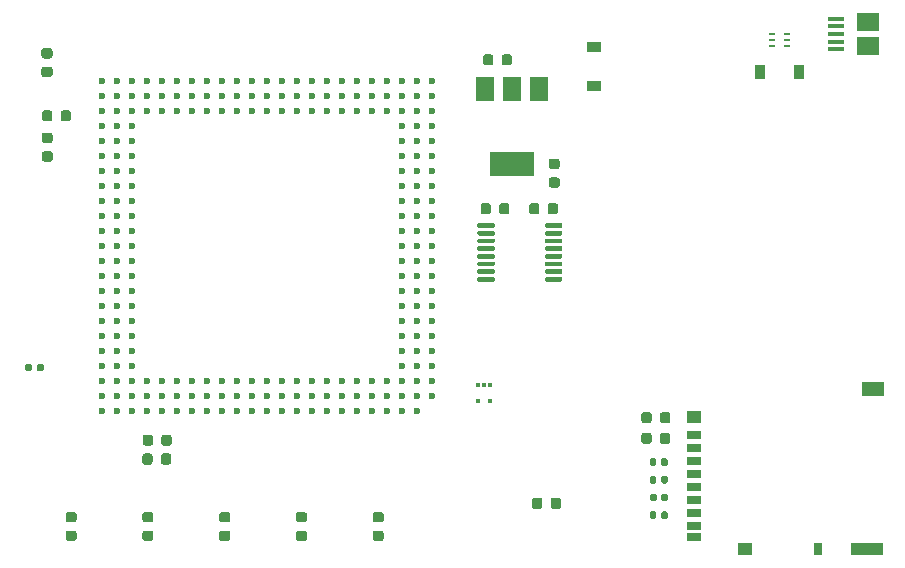
<source format=gtp>
G04 #@! TF.GenerationSoftware,KiCad,Pcbnew,(5.1.6)-1*
G04 #@! TF.CreationDate,2021-01-15T17:25:52+09:00*
G04 #@! TF.ProjectId,HATv2.0,48415476-322e-4302-9e6b-696361645f70,rev?*
G04 #@! TF.SameCoordinates,Original*
G04 #@! TF.FileFunction,Paste,Top*
G04 #@! TF.FilePolarity,Positive*
%FSLAX46Y46*%
G04 Gerber Fmt 4.6, Leading zero omitted, Abs format (unit mm)*
G04 Created by KiCad (PCBNEW (5.1.6)-1) date 2021-01-15 17:25:52*
%MOMM*%
%LPD*%
G01*
G04 APERTURE LIST*
%ADD10R,1.900000X1.300000*%
%ADD11R,2.800000X1.000000*%
%ADD12R,0.800000X1.000000*%
%ADD13R,1.200000X1.000000*%
%ADD14R,1.200000X0.700000*%
%ADD15R,0.480000X0.200000*%
%ADD16R,1.900000X1.500000*%
%ADD17R,1.350000X0.400000*%
%ADD18R,0.900000X1.200000*%
%ADD19C,0.600000*%
%ADD20R,1.500000X2.000000*%
%ADD21R,3.800000X2.000000*%
%ADD22R,0.300000X0.450000*%
%ADD23R,1.200000X0.900000*%
G04 APERTURE END LIST*
D10*
X204375000Y-60075000D03*
D11*
X203925000Y-73575000D03*
D12*
X199775000Y-73575000D03*
D13*
X193575000Y-73575000D03*
X189275000Y-62425000D03*
D14*
X189275000Y-70575000D03*
X189275000Y-69475000D03*
X189275000Y-68375000D03*
X189275000Y-67275000D03*
X189275000Y-66175000D03*
X189275000Y-65075000D03*
X189275000Y-63975000D03*
X189275000Y-71675000D03*
X189275000Y-72625000D03*
D15*
X195850000Y-30500000D03*
X195850000Y-30000000D03*
X195850000Y-31000000D03*
X197150000Y-30500000D03*
X197150000Y-30000000D03*
X197150000Y-31000000D03*
D16*
X203987500Y-31000000D03*
D17*
X201287500Y-30000000D03*
X201287500Y-29350000D03*
X201287500Y-28700000D03*
X201287500Y-31300000D03*
X201287500Y-30650000D03*
D16*
X203987500Y-29000000D03*
D18*
X198150000Y-33250000D03*
X194850000Y-33250000D03*
G36*
G01*
X186440000Y-70922500D02*
X186440000Y-70577500D01*
G75*
G02*
X186587500Y-70430000I147500J0D01*
G01*
X186882500Y-70430000D01*
G75*
G02*
X187030000Y-70577500I0J-147500D01*
G01*
X187030000Y-70922500D01*
G75*
G02*
X186882500Y-71070000I-147500J0D01*
G01*
X186587500Y-71070000D01*
G75*
G02*
X186440000Y-70922500I0J147500D01*
G01*
G37*
G36*
G01*
X185470000Y-70922500D02*
X185470000Y-70577500D01*
G75*
G02*
X185617500Y-70430000I147500J0D01*
G01*
X185912500Y-70430000D01*
G75*
G02*
X186060000Y-70577500I0J-147500D01*
G01*
X186060000Y-70922500D01*
G75*
G02*
X185912500Y-71070000I-147500J0D01*
G01*
X185617500Y-71070000D01*
G75*
G02*
X185470000Y-70922500I0J147500D01*
G01*
G37*
G36*
G01*
X144100000Y-66256250D02*
X144100000Y-65743750D01*
G75*
G02*
X144318750Y-65525000I218750J0D01*
G01*
X144756250Y-65525000D01*
G75*
G02*
X144975000Y-65743750I0J-218750D01*
G01*
X144975000Y-66256250D01*
G75*
G02*
X144756250Y-66475000I-218750J0D01*
G01*
X144318750Y-66475000D01*
G75*
G02*
X144100000Y-66256250I0J218750D01*
G01*
G37*
G36*
G01*
X142525000Y-66256250D02*
X142525000Y-65743750D01*
G75*
G02*
X142743750Y-65525000I218750J0D01*
G01*
X143181250Y-65525000D01*
G75*
G02*
X143400000Y-65743750I0J-218750D01*
G01*
X143400000Y-66256250D01*
G75*
G02*
X143181250Y-66475000I-218750J0D01*
G01*
X142743750Y-66475000D01*
G75*
G02*
X142525000Y-66256250I0J218750D01*
G01*
G37*
G36*
G01*
X144137500Y-64656250D02*
X144137500Y-64143750D01*
G75*
G02*
X144356250Y-63925000I218750J0D01*
G01*
X144793750Y-63925000D01*
G75*
G02*
X145012500Y-64143750I0J-218750D01*
G01*
X145012500Y-64656250D01*
G75*
G02*
X144793750Y-64875000I-218750J0D01*
G01*
X144356250Y-64875000D01*
G75*
G02*
X144137500Y-64656250I0J218750D01*
G01*
G37*
G36*
G01*
X142562500Y-64656250D02*
X142562500Y-64143750D01*
G75*
G02*
X142781250Y-63925000I218750J0D01*
G01*
X143218750Y-63925000D01*
G75*
G02*
X143437500Y-64143750I0J-218750D01*
G01*
X143437500Y-64656250D01*
G75*
G02*
X143218750Y-64875000I-218750J0D01*
G01*
X142781250Y-64875000D01*
G75*
G02*
X142562500Y-64656250I0J218750D01*
G01*
G37*
D19*
X167070000Y-60700000D03*
X167070000Y-59430000D03*
X165770000Y-59430000D03*
X165770000Y-60700000D03*
X165800000Y-61970000D03*
X164530000Y-61970000D03*
X164530000Y-60700000D03*
X164530000Y-59430000D03*
X163230000Y-59430000D03*
X163230000Y-60700000D03*
X163260000Y-61970000D03*
X161990000Y-61970000D03*
X160690000Y-60700000D03*
X160720000Y-61970000D03*
X161990000Y-60700000D03*
X161990000Y-59430000D03*
X160690000Y-59430000D03*
X159450000Y-61970000D03*
X158180000Y-61970000D03*
X158150000Y-59430000D03*
X159450000Y-60700000D03*
X158150000Y-60700000D03*
X159450000Y-59430000D03*
X156910000Y-60700000D03*
X154370000Y-59430000D03*
X153070000Y-60700000D03*
X151830000Y-61970000D03*
X149290000Y-59430000D03*
X153100000Y-61970000D03*
X156910000Y-61970000D03*
X155610000Y-59430000D03*
X151830000Y-59430000D03*
X153070000Y-59430000D03*
X148020000Y-61970000D03*
X151830000Y-60700000D03*
X155610000Y-60700000D03*
X150530000Y-60700000D03*
X150530000Y-59430000D03*
X156910000Y-59430000D03*
X149290000Y-60700000D03*
X154370000Y-61970000D03*
X150560000Y-61970000D03*
X154370000Y-60700000D03*
X149290000Y-61970000D03*
X155640000Y-61970000D03*
X147990000Y-59430000D03*
X147990000Y-60700000D03*
X140370000Y-59430000D03*
X142910000Y-60700000D03*
X140400000Y-61970000D03*
X146750000Y-59430000D03*
X139130000Y-61970000D03*
X146750000Y-61970000D03*
X145450000Y-60700000D03*
X141670000Y-59430000D03*
X145450000Y-59430000D03*
X144210000Y-59430000D03*
X145480000Y-61970000D03*
X139130000Y-59430000D03*
X141670000Y-60700000D03*
X139130000Y-60700000D03*
X141670000Y-61970000D03*
X144210000Y-61970000D03*
X142910000Y-59430000D03*
X140370000Y-60700000D03*
X144210000Y-60700000D03*
X142940000Y-61970000D03*
X146750000Y-60700000D03*
X164530000Y-58160000D03*
X165800000Y-58160000D03*
X167070000Y-58160000D03*
X140400000Y-58160000D03*
X139130000Y-58160000D03*
X141670000Y-58160000D03*
X161990000Y-36570000D03*
X164530000Y-36570000D03*
X165800000Y-36570000D03*
X163260000Y-36570000D03*
X160720000Y-36570000D03*
X154370000Y-36570000D03*
X139130000Y-36570000D03*
X153100000Y-36570000D03*
X158180000Y-36570000D03*
X150560000Y-36570000D03*
X156910000Y-36570000D03*
X141670000Y-36570000D03*
X146750000Y-36570000D03*
X142940000Y-36570000D03*
X155640000Y-36570000D03*
X151830000Y-36570000D03*
X145480000Y-36570000D03*
X140400000Y-36570000D03*
X159450000Y-36570000D03*
X144210000Y-36570000D03*
X148020000Y-36570000D03*
X149290000Y-36570000D03*
X167070000Y-36570000D03*
X167070000Y-35300000D03*
X164530000Y-35300000D03*
X163230000Y-35300000D03*
X165770000Y-35300000D03*
X160690000Y-35300000D03*
X161990000Y-35300000D03*
X156910000Y-35300000D03*
X155610000Y-35300000D03*
X150530000Y-35300000D03*
X149290000Y-35300000D03*
X139130000Y-35300000D03*
X144210000Y-35300000D03*
X147990000Y-35300000D03*
X146750000Y-35300000D03*
X140370000Y-35300000D03*
X141670000Y-35300000D03*
X142910000Y-35300000D03*
X151830000Y-35300000D03*
X159450000Y-35300000D03*
X158150000Y-35300000D03*
X154370000Y-35300000D03*
X153070000Y-35300000D03*
X145450000Y-35300000D03*
X167070000Y-34030000D03*
X165770000Y-34030000D03*
X163230000Y-34030000D03*
X164530000Y-34030000D03*
X161990000Y-34030000D03*
X160690000Y-34030000D03*
X140370000Y-34030000D03*
X147990000Y-34030000D03*
X146750000Y-34030000D03*
X154370000Y-34030000D03*
X151830000Y-34030000D03*
X153070000Y-34030000D03*
X149290000Y-34030000D03*
X141670000Y-34030000D03*
X142910000Y-34030000D03*
X145450000Y-34030000D03*
X159450000Y-34030000D03*
X144210000Y-34030000D03*
X150530000Y-34030000D03*
X139130000Y-34030000D03*
X155610000Y-34030000D03*
X158150000Y-34030000D03*
X156910000Y-34030000D03*
X165800000Y-56890000D03*
X164530000Y-56890000D03*
X167070000Y-56890000D03*
X140400000Y-56890000D03*
X141670000Y-56890000D03*
X139130000Y-56890000D03*
X141670000Y-54350000D03*
X139130000Y-54350000D03*
X165800000Y-54350000D03*
X164530000Y-54350000D03*
X140400000Y-54350000D03*
X167070000Y-54350000D03*
X165800000Y-55620000D03*
X164530000Y-55620000D03*
X167070000Y-55620000D03*
X140400000Y-55620000D03*
X141670000Y-55620000D03*
X139130000Y-55620000D03*
X139130000Y-53080000D03*
X141670000Y-53080000D03*
X164530000Y-53080000D03*
X167070000Y-53080000D03*
X140400000Y-53080000D03*
X165800000Y-53080000D03*
X167070000Y-40380000D03*
X167070000Y-41650000D03*
X165800000Y-41650000D03*
X165800000Y-50540000D03*
X140400000Y-50540000D03*
X141670000Y-48000000D03*
X167070000Y-50540000D03*
X164530000Y-40380000D03*
X165800000Y-51810000D03*
X141670000Y-46730000D03*
X139130000Y-46730000D03*
X164530000Y-41650000D03*
X165800000Y-49270000D03*
X141670000Y-49270000D03*
X140400000Y-48000000D03*
X167070000Y-49270000D03*
X165800000Y-40380000D03*
X141670000Y-50540000D03*
X140400000Y-49270000D03*
X164530000Y-50540000D03*
X139130000Y-48000000D03*
X164530000Y-49270000D03*
X140400000Y-46730000D03*
X139130000Y-50540000D03*
X139130000Y-49270000D03*
X140400000Y-51810000D03*
X141670000Y-51810000D03*
X167070000Y-51810000D03*
X139130000Y-51810000D03*
X164530000Y-51810000D03*
X164530000Y-39110000D03*
X164530000Y-37840000D03*
X167070000Y-37840000D03*
X167070000Y-39110000D03*
X141670000Y-37840000D03*
X139130000Y-37840000D03*
X165800000Y-39110000D03*
X141670000Y-39110000D03*
X140400000Y-39110000D03*
X139130000Y-39110000D03*
X140400000Y-37840000D03*
X165800000Y-37840000D03*
X165800000Y-45460000D03*
X165800000Y-44190000D03*
X167070000Y-44190000D03*
X164530000Y-44190000D03*
X165800000Y-46730000D03*
X164530000Y-45460000D03*
X164530000Y-48000000D03*
X167070000Y-45460000D03*
X164530000Y-46730000D03*
X165800000Y-48000000D03*
X167070000Y-48000000D03*
X167070000Y-46730000D03*
X164530000Y-42920000D03*
X165800000Y-42920000D03*
X167070000Y-42920000D03*
X139130000Y-45460000D03*
X141670000Y-45460000D03*
X139130000Y-40380000D03*
X139130000Y-42920000D03*
X140400000Y-40380000D03*
X139130000Y-41650000D03*
X141670000Y-42920000D03*
X140400000Y-44190000D03*
X141670000Y-40380000D03*
X140400000Y-45460000D03*
X140400000Y-42920000D03*
X141670000Y-44190000D03*
X140400000Y-41650000D03*
X139130000Y-44190000D03*
X141670000Y-41650000D03*
G36*
G01*
X133195000Y-58077500D02*
X133195000Y-58422500D01*
G75*
G02*
X133047500Y-58570000I-147500J0D01*
G01*
X132752500Y-58570000D01*
G75*
G02*
X132605000Y-58422500I0J147500D01*
G01*
X132605000Y-58077500D01*
G75*
G02*
X132752500Y-57930000I147500J0D01*
G01*
X133047500Y-57930000D01*
G75*
G02*
X133195000Y-58077500I0J-147500D01*
G01*
G37*
G36*
G01*
X134165000Y-58077500D02*
X134165000Y-58422500D01*
G75*
G02*
X134017500Y-58570000I-147500J0D01*
G01*
X133722500Y-58570000D01*
G75*
G02*
X133575000Y-58422500I0J147500D01*
G01*
X133575000Y-58077500D01*
G75*
G02*
X133722500Y-57930000I147500J0D01*
G01*
X134017500Y-57930000D01*
G75*
G02*
X134165000Y-58077500I0J-147500D01*
G01*
G37*
D20*
X176100000Y-34700000D03*
X171500000Y-34700000D03*
X173800000Y-34700000D03*
D21*
X173800000Y-41000000D03*
D22*
X170958000Y-61090000D03*
X171458000Y-59690000D03*
X171958000Y-61090000D03*
X170958000Y-59690000D03*
X171958000Y-59690000D03*
G36*
G01*
X156256250Y-71362500D02*
X155743750Y-71362500D01*
G75*
G02*
X155525000Y-71143750I0J218750D01*
G01*
X155525000Y-70706250D01*
G75*
G02*
X155743750Y-70487500I218750J0D01*
G01*
X156256250Y-70487500D01*
G75*
G02*
X156475000Y-70706250I0J-218750D01*
G01*
X156475000Y-71143750D01*
G75*
G02*
X156256250Y-71362500I-218750J0D01*
G01*
G37*
G36*
G01*
X156256250Y-72937500D02*
X155743750Y-72937500D01*
G75*
G02*
X155525000Y-72718750I0J218750D01*
G01*
X155525000Y-72281250D01*
G75*
G02*
X155743750Y-72062500I218750J0D01*
G01*
X156256250Y-72062500D01*
G75*
G02*
X156475000Y-72281250I0J-218750D01*
G01*
X156475000Y-72718750D01*
G75*
G02*
X156256250Y-72937500I-218750J0D01*
G01*
G37*
G36*
G01*
X162756250Y-71362500D02*
X162243750Y-71362500D01*
G75*
G02*
X162025000Y-71143750I0J218750D01*
G01*
X162025000Y-70706250D01*
G75*
G02*
X162243750Y-70487500I218750J0D01*
G01*
X162756250Y-70487500D01*
G75*
G02*
X162975000Y-70706250I0J-218750D01*
G01*
X162975000Y-71143750D01*
G75*
G02*
X162756250Y-71362500I-218750J0D01*
G01*
G37*
G36*
G01*
X162756250Y-72937500D02*
X162243750Y-72937500D01*
G75*
G02*
X162025000Y-72718750I0J218750D01*
G01*
X162025000Y-72281250D01*
G75*
G02*
X162243750Y-72062500I218750J0D01*
G01*
X162756250Y-72062500D01*
G75*
G02*
X162975000Y-72281250I0J-218750D01*
G01*
X162975000Y-72718750D01*
G75*
G02*
X162756250Y-72937500I-218750J0D01*
G01*
G37*
G36*
G01*
X149756250Y-71362500D02*
X149243750Y-71362500D01*
G75*
G02*
X149025000Y-71143750I0J218750D01*
G01*
X149025000Y-70706250D01*
G75*
G02*
X149243750Y-70487500I218750J0D01*
G01*
X149756250Y-70487500D01*
G75*
G02*
X149975000Y-70706250I0J-218750D01*
G01*
X149975000Y-71143750D01*
G75*
G02*
X149756250Y-71362500I-218750J0D01*
G01*
G37*
G36*
G01*
X149756250Y-72937500D02*
X149243750Y-72937500D01*
G75*
G02*
X149025000Y-72718750I0J218750D01*
G01*
X149025000Y-72281250D01*
G75*
G02*
X149243750Y-72062500I218750J0D01*
G01*
X149756250Y-72062500D01*
G75*
G02*
X149975000Y-72281250I0J-218750D01*
G01*
X149975000Y-72718750D01*
G75*
G02*
X149756250Y-72937500I-218750J0D01*
G01*
G37*
G36*
G01*
X136756250Y-71362500D02*
X136243750Y-71362500D01*
G75*
G02*
X136025000Y-71143750I0J218750D01*
G01*
X136025000Y-70706250D01*
G75*
G02*
X136243750Y-70487500I218750J0D01*
G01*
X136756250Y-70487500D01*
G75*
G02*
X136975000Y-70706250I0J-218750D01*
G01*
X136975000Y-71143750D01*
G75*
G02*
X136756250Y-71362500I-218750J0D01*
G01*
G37*
G36*
G01*
X136756250Y-72937500D02*
X136243750Y-72937500D01*
G75*
G02*
X136025000Y-72718750I0J218750D01*
G01*
X136025000Y-72281250D01*
G75*
G02*
X136243750Y-72062500I218750J0D01*
G01*
X136756250Y-72062500D01*
G75*
G02*
X136975000Y-72281250I0J-218750D01*
G01*
X136975000Y-72718750D01*
G75*
G02*
X136756250Y-72937500I-218750J0D01*
G01*
G37*
D23*
X180800000Y-34416000D03*
X180800000Y-31116000D03*
G36*
G01*
X143256250Y-71362500D02*
X142743750Y-71362500D01*
G75*
G02*
X142525000Y-71143750I0J218750D01*
G01*
X142525000Y-70706250D01*
G75*
G02*
X142743750Y-70487500I218750J0D01*
G01*
X143256250Y-70487500D01*
G75*
G02*
X143475000Y-70706250I0J-218750D01*
G01*
X143475000Y-71143750D01*
G75*
G02*
X143256250Y-71362500I-218750J0D01*
G01*
G37*
G36*
G01*
X143256250Y-72937500D02*
X142743750Y-72937500D01*
G75*
G02*
X142525000Y-72718750I0J218750D01*
G01*
X142525000Y-72281250D01*
G75*
G02*
X142743750Y-72062500I218750J0D01*
G01*
X143256250Y-72062500D01*
G75*
G02*
X143475000Y-72281250I0J-218750D01*
G01*
X143475000Y-72718750D01*
G75*
G02*
X143256250Y-72937500I-218750J0D01*
G01*
G37*
G36*
G01*
X135617500Y-37196250D02*
X135617500Y-36683750D01*
G75*
G02*
X135836250Y-36465000I218750J0D01*
G01*
X136273750Y-36465000D01*
G75*
G02*
X136492500Y-36683750I0J-218750D01*
G01*
X136492500Y-37196250D01*
G75*
G02*
X136273750Y-37415000I-218750J0D01*
G01*
X135836250Y-37415000D01*
G75*
G02*
X135617500Y-37196250I0J218750D01*
G01*
G37*
G36*
G01*
X134042500Y-37196250D02*
X134042500Y-36683750D01*
G75*
G02*
X134261250Y-36465000I218750J0D01*
G01*
X134698750Y-36465000D01*
G75*
G02*
X134917500Y-36683750I0J-218750D01*
G01*
X134917500Y-37196250D01*
G75*
G02*
X134698750Y-37415000I-218750J0D01*
G01*
X134261250Y-37415000D01*
G75*
G02*
X134042500Y-37196250I0J218750D01*
G01*
G37*
G36*
G01*
X134213750Y-39942500D02*
X134726250Y-39942500D01*
G75*
G02*
X134945000Y-40161250I0J-218750D01*
G01*
X134945000Y-40598750D01*
G75*
G02*
X134726250Y-40817500I-218750J0D01*
G01*
X134213750Y-40817500D01*
G75*
G02*
X133995000Y-40598750I0J218750D01*
G01*
X133995000Y-40161250D01*
G75*
G02*
X134213750Y-39942500I218750J0D01*
G01*
G37*
G36*
G01*
X134213750Y-38367500D02*
X134726250Y-38367500D01*
G75*
G02*
X134945000Y-38586250I0J-218750D01*
G01*
X134945000Y-39023750D01*
G75*
G02*
X134726250Y-39242500I-218750J0D01*
G01*
X134213750Y-39242500D01*
G75*
G02*
X133995000Y-39023750I0J218750D01*
G01*
X133995000Y-38586250D01*
G75*
G02*
X134213750Y-38367500I218750J0D01*
G01*
G37*
G36*
G01*
X134193750Y-32787500D02*
X134706250Y-32787500D01*
G75*
G02*
X134925000Y-33006250I0J-218750D01*
G01*
X134925000Y-33443750D01*
G75*
G02*
X134706250Y-33662500I-218750J0D01*
G01*
X134193750Y-33662500D01*
G75*
G02*
X133975000Y-33443750I0J218750D01*
G01*
X133975000Y-33006250D01*
G75*
G02*
X134193750Y-32787500I218750J0D01*
G01*
G37*
G36*
G01*
X134193750Y-31212500D02*
X134706250Y-31212500D01*
G75*
G02*
X134925000Y-31431250I0J-218750D01*
G01*
X134925000Y-31868750D01*
G75*
G02*
X134706250Y-32087500I-218750J0D01*
G01*
X134193750Y-32087500D01*
G75*
G02*
X133975000Y-31868750I0J218750D01*
G01*
X133975000Y-31431250D01*
G75*
G02*
X134193750Y-31212500I218750J0D01*
G01*
G37*
G36*
G01*
X177143750Y-42150000D02*
X177656250Y-42150000D01*
G75*
G02*
X177875000Y-42368750I0J-218750D01*
G01*
X177875000Y-42806250D01*
G75*
G02*
X177656250Y-43025000I-218750J0D01*
G01*
X177143750Y-43025000D01*
G75*
G02*
X176925000Y-42806250I0J218750D01*
G01*
X176925000Y-42368750D01*
G75*
G02*
X177143750Y-42150000I218750J0D01*
G01*
G37*
G36*
G01*
X177143750Y-40575000D02*
X177656250Y-40575000D01*
G75*
G02*
X177875000Y-40793750I0J-218750D01*
G01*
X177875000Y-41231250D01*
G75*
G02*
X177656250Y-41450000I-218750J0D01*
G01*
X177143750Y-41450000D01*
G75*
G02*
X176925000Y-41231250I0J218750D01*
G01*
X176925000Y-40793750D01*
G75*
G02*
X177143750Y-40575000I218750J0D01*
G01*
G37*
G36*
G01*
X176150000Y-44543750D02*
X176150000Y-45056250D01*
G75*
G02*
X175931250Y-45275000I-218750J0D01*
G01*
X175493750Y-45275000D01*
G75*
G02*
X175275000Y-45056250I0J218750D01*
G01*
X175275000Y-44543750D01*
G75*
G02*
X175493750Y-44325000I218750J0D01*
G01*
X175931250Y-44325000D01*
G75*
G02*
X176150000Y-44543750I0J-218750D01*
G01*
G37*
G36*
G01*
X177725000Y-44543750D02*
X177725000Y-45056250D01*
G75*
G02*
X177506250Y-45275000I-218750J0D01*
G01*
X177068750Y-45275000D01*
G75*
G02*
X176850000Y-45056250I0J218750D01*
G01*
X176850000Y-44543750D01*
G75*
G02*
X177068750Y-44325000I218750J0D01*
G01*
X177506250Y-44325000D01*
G75*
G02*
X177725000Y-44543750I0J-218750D01*
G01*
G37*
G36*
G01*
X172737500Y-45056250D02*
X172737500Y-44543750D01*
G75*
G02*
X172956250Y-44325000I218750J0D01*
G01*
X173393750Y-44325000D01*
G75*
G02*
X173612500Y-44543750I0J-218750D01*
G01*
X173612500Y-45056250D01*
G75*
G02*
X173393750Y-45275000I-218750J0D01*
G01*
X172956250Y-45275000D01*
G75*
G02*
X172737500Y-45056250I0J218750D01*
G01*
G37*
G36*
G01*
X171162500Y-45056250D02*
X171162500Y-44543750D01*
G75*
G02*
X171381250Y-44325000I218750J0D01*
G01*
X171818750Y-44325000D01*
G75*
G02*
X172037500Y-44543750I0J-218750D01*
G01*
X172037500Y-45056250D01*
G75*
G02*
X171818750Y-45275000I-218750J0D01*
G01*
X171381250Y-45275000D01*
G75*
G02*
X171162500Y-45056250I0J218750D01*
G01*
G37*
G36*
G01*
X172950000Y-32456250D02*
X172950000Y-31943750D01*
G75*
G02*
X173168750Y-31725000I218750J0D01*
G01*
X173606250Y-31725000D01*
G75*
G02*
X173825000Y-31943750I0J-218750D01*
G01*
X173825000Y-32456250D01*
G75*
G02*
X173606250Y-32675000I-218750J0D01*
G01*
X173168750Y-32675000D01*
G75*
G02*
X172950000Y-32456250I0J218750D01*
G01*
G37*
G36*
G01*
X171375000Y-32456250D02*
X171375000Y-31943750D01*
G75*
G02*
X171593750Y-31725000I218750J0D01*
G01*
X172031250Y-31725000D01*
G75*
G02*
X172250000Y-31943750I0J-218750D01*
G01*
X172250000Y-32456250D01*
G75*
G02*
X172031250Y-32675000I-218750J0D01*
G01*
X171593750Y-32675000D01*
G75*
G02*
X171375000Y-32456250I0J218750D01*
G01*
G37*
G36*
G01*
X176625000Y-46325000D02*
X176625000Y-46125000D01*
G75*
G02*
X176725000Y-46025000I100000J0D01*
G01*
X178000000Y-46025000D01*
G75*
G02*
X178100000Y-46125000I0J-100000D01*
G01*
X178100000Y-46325000D01*
G75*
G02*
X178000000Y-46425000I-100000J0D01*
G01*
X176725000Y-46425000D01*
G75*
G02*
X176625000Y-46325000I0J100000D01*
G01*
G37*
G36*
G01*
X176625000Y-46975000D02*
X176625000Y-46775000D01*
G75*
G02*
X176725000Y-46675000I100000J0D01*
G01*
X178000000Y-46675000D01*
G75*
G02*
X178100000Y-46775000I0J-100000D01*
G01*
X178100000Y-46975000D01*
G75*
G02*
X178000000Y-47075000I-100000J0D01*
G01*
X176725000Y-47075000D01*
G75*
G02*
X176625000Y-46975000I0J100000D01*
G01*
G37*
G36*
G01*
X176625000Y-47625000D02*
X176625000Y-47425000D01*
G75*
G02*
X176725000Y-47325000I100000J0D01*
G01*
X178000000Y-47325000D01*
G75*
G02*
X178100000Y-47425000I0J-100000D01*
G01*
X178100000Y-47625000D01*
G75*
G02*
X178000000Y-47725000I-100000J0D01*
G01*
X176725000Y-47725000D01*
G75*
G02*
X176625000Y-47625000I0J100000D01*
G01*
G37*
G36*
G01*
X176625000Y-48275000D02*
X176625000Y-48075000D01*
G75*
G02*
X176725000Y-47975000I100000J0D01*
G01*
X178000000Y-47975000D01*
G75*
G02*
X178100000Y-48075000I0J-100000D01*
G01*
X178100000Y-48275000D01*
G75*
G02*
X178000000Y-48375000I-100000J0D01*
G01*
X176725000Y-48375000D01*
G75*
G02*
X176625000Y-48275000I0J100000D01*
G01*
G37*
G36*
G01*
X176625000Y-48925000D02*
X176625000Y-48725000D01*
G75*
G02*
X176725000Y-48625000I100000J0D01*
G01*
X178000000Y-48625000D01*
G75*
G02*
X178100000Y-48725000I0J-100000D01*
G01*
X178100000Y-48925000D01*
G75*
G02*
X178000000Y-49025000I-100000J0D01*
G01*
X176725000Y-49025000D01*
G75*
G02*
X176625000Y-48925000I0J100000D01*
G01*
G37*
G36*
G01*
X176625000Y-49575000D02*
X176625000Y-49375000D01*
G75*
G02*
X176725000Y-49275000I100000J0D01*
G01*
X178000000Y-49275000D01*
G75*
G02*
X178100000Y-49375000I0J-100000D01*
G01*
X178100000Y-49575000D01*
G75*
G02*
X178000000Y-49675000I-100000J0D01*
G01*
X176725000Y-49675000D01*
G75*
G02*
X176625000Y-49575000I0J100000D01*
G01*
G37*
G36*
G01*
X176625000Y-50225000D02*
X176625000Y-50025000D01*
G75*
G02*
X176725000Y-49925000I100000J0D01*
G01*
X178000000Y-49925000D01*
G75*
G02*
X178100000Y-50025000I0J-100000D01*
G01*
X178100000Y-50225000D01*
G75*
G02*
X178000000Y-50325000I-100000J0D01*
G01*
X176725000Y-50325000D01*
G75*
G02*
X176625000Y-50225000I0J100000D01*
G01*
G37*
G36*
G01*
X176625000Y-50875000D02*
X176625000Y-50675000D01*
G75*
G02*
X176725000Y-50575000I100000J0D01*
G01*
X178000000Y-50575000D01*
G75*
G02*
X178100000Y-50675000I0J-100000D01*
G01*
X178100000Y-50875000D01*
G75*
G02*
X178000000Y-50975000I-100000J0D01*
G01*
X176725000Y-50975000D01*
G75*
G02*
X176625000Y-50875000I0J100000D01*
G01*
G37*
G36*
G01*
X170900000Y-50875000D02*
X170900000Y-50675000D01*
G75*
G02*
X171000000Y-50575000I100000J0D01*
G01*
X172275000Y-50575000D01*
G75*
G02*
X172375000Y-50675000I0J-100000D01*
G01*
X172375000Y-50875000D01*
G75*
G02*
X172275000Y-50975000I-100000J0D01*
G01*
X171000000Y-50975000D01*
G75*
G02*
X170900000Y-50875000I0J100000D01*
G01*
G37*
G36*
G01*
X170900000Y-50225000D02*
X170900000Y-50025000D01*
G75*
G02*
X171000000Y-49925000I100000J0D01*
G01*
X172275000Y-49925000D01*
G75*
G02*
X172375000Y-50025000I0J-100000D01*
G01*
X172375000Y-50225000D01*
G75*
G02*
X172275000Y-50325000I-100000J0D01*
G01*
X171000000Y-50325000D01*
G75*
G02*
X170900000Y-50225000I0J100000D01*
G01*
G37*
G36*
G01*
X170900000Y-49575000D02*
X170900000Y-49375000D01*
G75*
G02*
X171000000Y-49275000I100000J0D01*
G01*
X172275000Y-49275000D01*
G75*
G02*
X172375000Y-49375000I0J-100000D01*
G01*
X172375000Y-49575000D01*
G75*
G02*
X172275000Y-49675000I-100000J0D01*
G01*
X171000000Y-49675000D01*
G75*
G02*
X170900000Y-49575000I0J100000D01*
G01*
G37*
G36*
G01*
X170900000Y-48925000D02*
X170900000Y-48725000D01*
G75*
G02*
X171000000Y-48625000I100000J0D01*
G01*
X172275000Y-48625000D01*
G75*
G02*
X172375000Y-48725000I0J-100000D01*
G01*
X172375000Y-48925000D01*
G75*
G02*
X172275000Y-49025000I-100000J0D01*
G01*
X171000000Y-49025000D01*
G75*
G02*
X170900000Y-48925000I0J100000D01*
G01*
G37*
G36*
G01*
X170900000Y-48275000D02*
X170900000Y-48075000D01*
G75*
G02*
X171000000Y-47975000I100000J0D01*
G01*
X172275000Y-47975000D01*
G75*
G02*
X172375000Y-48075000I0J-100000D01*
G01*
X172375000Y-48275000D01*
G75*
G02*
X172275000Y-48375000I-100000J0D01*
G01*
X171000000Y-48375000D01*
G75*
G02*
X170900000Y-48275000I0J100000D01*
G01*
G37*
G36*
G01*
X170900000Y-47625000D02*
X170900000Y-47425000D01*
G75*
G02*
X171000000Y-47325000I100000J0D01*
G01*
X172275000Y-47325000D01*
G75*
G02*
X172375000Y-47425000I0J-100000D01*
G01*
X172375000Y-47625000D01*
G75*
G02*
X172275000Y-47725000I-100000J0D01*
G01*
X171000000Y-47725000D01*
G75*
G02*
X170900000Y-47625000I0J100000D01*
G01*
G37*
G36*
G01*
X170900000Y-46975000D02*
X170900000Y-46775000D01*
G75*
G02*
X171000000Y-46675000I100000J0D01*
G01*
X172275000Y-46675000D01*
G75*
G02*
X172375000Y-46775000I0J-100000D01*
G01*
X172375000Y-46975000D01*
G75*
G02*
X172275000Y-47075000I-100000J0D01*
G01*
X171000000Y-47075000D01*
G75*
G02*
X170900000Y-46975000I0J100000D01*
G01*
G37*
G36*
G01*
X170900000Y-46325000D02*
X170900000Y-46125000D01*
G75*
G02*
X171000000Y-46025000I100000J0D01*
G01*
X172275000Y-46025000D01*
G75*
G02*
X172375000Y-46125000I0J-100000D01*
G01*
X172375000Y-46325000D01*
G75*
G02*
X172275000Y-46425000I-100000J0D01*
G01*
X171000000Y-46425000D01*
G75*
G02*
X170900000Y-46325000I0J100000D01*
G01*
G37*
G36*
G01*
X186350000Y-62756250D02*
X186350000Y-62243750D01*
G75*
G02*
X186568750Y-62025000I218750J0D01*
G01*
X187006250Y-62025000D01*
G75*
G02*
X187225000Y-62243750I0J-218750D01*
G01*
X187225000Y-62756250D01*
G75*
G02*
X187006250Y-62975000I-218750J0D01*
G01*
X186568750Y-62975000D01*
G75*
G02*
X186350000Y-62756250I0J218750D01*
G01*
G37*
G36*
G01*
X184775000Y-62756250D02*
X184775000Y-62243750D01*
G75*
G02*
X184993750Y-62025000I218750J0D01*
G01*
X185431250Y-62025000D01*
G75*
G02*
X185650000Y-62243750I0J-218750D01*
G01*
X185650000Y-62756250D01*
G75*
G02*
X185431250Y-62975000I-218750J0D01*
G01*
X184993750Y-62975000D01*
G75*
G02*
X184775000Y-62756250I0J218750D01*
G01*
G37*
G36*
G01*
X186440000Y-66422500D02*
X186440000Y-66077500D01*
G75*
G02*
X186587500Y-65930000I147500J0D01*
G01*
X186882500Y-65930000D01*
G75*
G02*
X187030000Y-66077500I0J-147500D01*
G01*
X187030000Y-66422500D01*
G75*
G02*
X186882500Y-66570000I-147500J0D01*
G01*
X186587500Y-66570000D01*
G75*
G02*
X186440000Y-66422500I0J147500D01*
G01*
G37*
G36*
G01*
X185470000Y-66422500D02*
X185470000Y-66077500D01*
G75*
G02*
X185617500Y-65930000I147500J0D01*
G01*
X185912500Y-65930000D01*
G75*
G02*
X186060000Y-66077500I0J-147500D01*
G01*
X186060000Y-66422500D01*
G75*
G02*
X185912500Y-66570000I-147500J0D01*
G01*
X185617500Y-66570000D01*
G75*
G02*
X185470000Y-66422500I0J147500D01*
G01*
G37*
G36*
G01*
X185485000Y-69422500D02*
X185485000Y-69077500D01*
G75*
G02*
X185632500Y-68930000I147500J0D01*
G01*
X185927500Y-68930000D01*
G75*
G02*
X186075000Y-69077500I0J-147500D01*
G01*
X186075000Y-69422500D01*
G75*
G02*
X185927500Y-69570000I-147500J0D01*
G01*
X185632500Y-69570000D01*
G75*
G02*
X185485000Y-69422500I0J147500D01*
G01*
G37*
G36*
G01*
X186455000Y-69422500D02*
X186455000Y-69077500D01*
G75*
G02*
X186602500Y-68930000I147500J0D01*
G01*
X186897500Y-68930000D01*
G75*
G02*
X187045000Y-69077500I0J-147500D01*
G01*
X187045000Y-69422500D01*
G75*
G02*
X186897500Y-69570000I-147500J0D01*
G01*
X186602500Y-69570000D01*
G75*
G02*
X186455000Y-69422500I0J147500D01*
G01*
G37*
G36*
G01*
X185470000Y-67922500D02*
X185470000Y-67577500D01*
G75*
G02*
X185617500Y-67430000I147500J0D01*
G01*
X185912500Y-67430000D01*
G75*
G02*
X186060000Y-67577500I0J-147500D01*
G01*
X186060000Y-67922500D01*
G75*
G02*
X185912500Y-68070000I-147500J0D01*
G01*
X185617500Y-68070000D01*
G75*
G02*
X185470000Y-67922500I0J147500D01*
G01*
G37*
G36*
G01*
X186440000Y-67922500D02*
X186440000Y-67577500D01*
G75*
G02*
X186587500Y-67430000I147500J0D01*
G01*
X186882500Y-67430000D01*
G75*
G02*
X187030000Y-67577500I0J-147500D01*
G01*
X187030000Y-67922500D01*
G75*
G02*
X186882500Y-68070000I-147500J0D01*
G01*
X186587500Y-68070000D01*
G75*
G02*
X186440000Y-67922500I0J147500D01*
G01*
G37*
G36*
G01*
X185650000Y-63993750D02*
X185650000Y-64506250D01*
G75*
G02*
X185431250Y-64725000I-218750J0D01*
G01*
X184993750Y-64725000D01*
G75*
G02*
X184775000Y-64506250I0J218750D01*
G01*
X184775000Y-63993750D01*
G75*
G02*
X184993750Y-63775000I218750J0D01*
G01*
X185431250Y-63775000D01*
G75*
G02*
X185650000Y-63993750I0J-218750D01*
G01*
G37*
G36*
G01*
X187225000Y-63993750D02*
X187225000Y-64506250D01*
G75*
G02*
X187006250Y-64725000I-218750J0D01*
G01*
X186568750Y-64725000D01*
G75*
G02*
X186350000Y-64506250I0J218750D01*
G01*
X186350000Y-63993750D01*
G75*
G02*
X186568750Y-63775000I218750J0D01*
G01*
X187006250Y-63775000D01*
G75*
G02*
X187225000Y-63993750I0J-218750D01*
G01*
G37*
G36*
G01*
X177975000Y-69493750D02*
X177975000Y-70006250D01*
G75*
G02*
X177756250Y-70225000I-218750J0D01*
G01*
X177318750Y-70225000D01*
G75*
G02*
X177100000Y-70006250I0J218750D01*
G01*
X177100000Y-69493750D01*
G75*
G02*
X177318750Y-69275000I218750J0D01*
G01*
X177756250Y-69275000D01*
G75*
G02*
X177975000Y-69493750I0J-218750D01*
G01*
G37*
G36*
G01*
X176400000Y-69493750D02*
X176400000Y-70006250D01*
G75*
G02*
X176181250Y-70225000I-218750J0D01*
G01*
X175743750Y-70225000D01*
G75*
G02*
X175525000Y-70006250I0J218750D01*
G01*
X175525000Y-69493750D01*
G75*
G02*
X175743750Y-69275000I218750J0D01*
G01*
X176181250Y-69275000D01*
G75*
G02*
X176400000Y-69493750I0J-218750D01*
G01*
G37*
M02*

</source>
